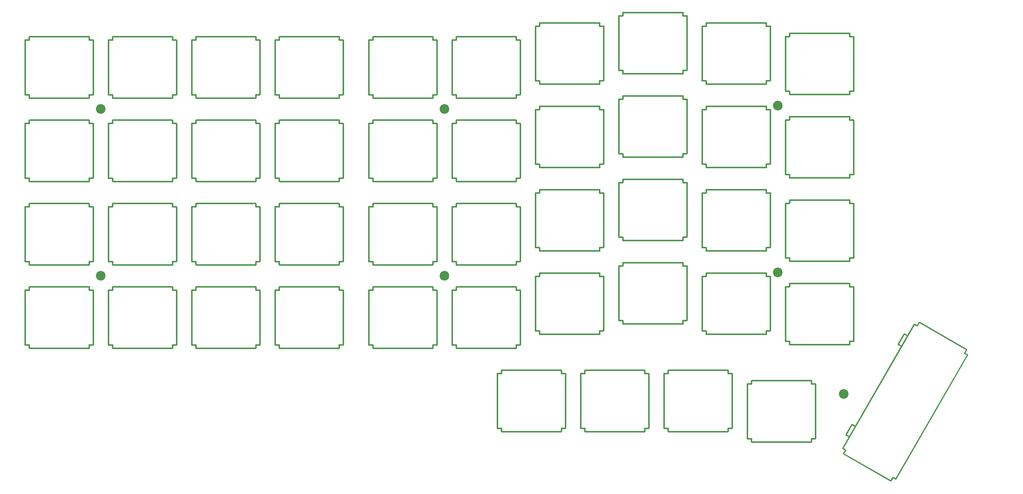
<source format=gbr>
%TF.GenerationSoftware,KiCad,Pcbnew,(5.1.9-0-10_14)*%
%TF.CreationDate,2021-04-19T01:20:52-05:00*%
%TF.ProjectId,wren-left-top,7772656e-2d6c-4656-9674-2d746f702e6b,rev?*%
%TF.SameCoordinates,Original*%
%TF.FileFunction,Soldermask,Top*%
%TF.FilePolarity,Negative*%
%FSLAX46Y46*%
G04 Gerber Fmt 4.6, Leading zero omitted, Abs format (unit mm)*
G04 Created by KiCad (PCBNEW (5.1.9-0-10_14)) date 2021-04-19 01:20:52*
%MOMM*%
%LPD*%
G01*
G04 APERTURE LIST*
%ADD10O,0.300000X1.050000*%
%ADD11O,1.250000X0.300000*%
%ADD12O,0.300000X12.800000*%
%ADD13O,14.000000X0.300000*%
%ADD14C,2.200000*%
G04 APERTURE END LIST*
D10*
%TO.C,MX44*%
X161637250Y-119337500D03*
D11*
X162112250Y-118962500D03*
X162112250Y-106462500D03*
D10*
X161637250Y-106087500D03*
X147937250Y-106087500D03*
D11*
X147462250Y-106462500D03*
X147462250Y-118962500D03*
D10*
X147937250Y-119337500D03*
D12*
X162587250Y-112712500D03*
X146987250Y-112712500D03*
D13*
X154787250Y-119712500D03*
X154787250Y-105712500D03*
%TD*%
%TO.C,MX41*%
G36*
G01*
X238718900Y-99627297D02*
X239510794Y-100084497D01*
G75*
G02*
X239566576Y-100292679I-76200J-131982D01*
G01*
X239566576Y-100292679D01*
G75*
G02*
X239358394Y-100348461I-131982J76200D01*
G01*
X238566500Y-99891261D01*
G75*
G02*
X238510718Y-99683079I76200J131982D01*
G01*
X238510718Y-99683079D01*
G75*
G02*
X238718900Y-99627297I131982J-76200D01*
G01*
G37*
G36*
G01*
X240090500Y-97251616D02*
X240882394Y-97708816D01*
G75*
G02*
X240938176Y-97916998I-76200J-131982D01*
G01*
X240938176Y-97916998D01*
G75*
G02*
X240729994Y-97972780I-131982J76200D01*
G01*
X239938100Y-97515580D01*
G75*
G02*
X239882318Y-97307398I76200J131982D01*
G01*
X239882318Y-97307398D01*
G75*
G02*
X240090500Y-97251616I131982J-76200D01*
G01*
G37*
G36*
G01*
X228152500Y-117928839D02*
X228944394Y-118386039D01*
G75*
G02*
X229000176Y-118594221I-76200J-131982D01*
G01*
X229000176Y-118594221D01*
G75*
G02*
X228791994Y-118650003I-131982J76200D01*
G01*
X228000100Y-118192803D01*
G75*
G02*
X227944318Y-117984621I76200J131982D01*
G01*
X227944318Y-117984621D01*
G75*
G02*
X228152500Y-117928839I131982J-76200D01*
G01*
G37*
G36*
G01*
X242420822Y-95060180D02*
X243070342Y-95435180D01*
G75*
G02*
X243125246Y-95640084I-75000J-129904D01*
G01*
X243125246Y-95640084D01*
G75*
G02*
X242920342Y-95694988I-129904J75000D01*
G01*
X242270822Y-95319988D01*
G75*
G02*
X242215918Y-95115084I75000J129904D01*
G01*
X242215918Y-95115084D01*
G75*
G02*
X242420822Y-95060180I129904J-75000D01*
G01*
G37*
G36*
G01*
X228152500Y-117928839D02*
X228152500Y-117928839D01*
G75*
G02*
X228208282Y-118137021I-76200J-131982D01*
G01*
X226836682Y-120512701D01*
G75*
G02*
X226628500Y-120568483I-131982J76200D01*
G01*
X226628500Y-120568483D01*
G75*
G02*
X226572718Y-120360301I76200J131982D01*
G01*
X227944318Y-117984621D01*
G75*
G02*
X228152500Y-117928839I131982J-76200D01*
G01*
G37*
G36*
G01*
X240090500Y-97251617D02*
X240090500Y-97251617D01*
G75*
G02*
X240146282Y-97459799I-76200J-131982D01*
G01*
X238774682Y-99835479D01*
G75*
G02*
X238566500Y-99891261I-131982J76200D01*
G01*
X238566500Y-99891261D01*
G75*
G02*
X238510718Y-99683079I76200J131982D01*
G01*
X239882318Y-97307399D01*
G75*
G02*
X240090500Y-97251617I131982J-76200D01*
G01*
G37*
G36*
G01*
X254545178Y-102060180D02*
X254545178Y-102060180D01*
G75*
G02*
X254600082Y-102265084I-75000J-129904D01*
G01*
X238225082Y-130627416D01*
G75*
G02*
X238020178Y-130682320I-129904J75000D01*
G01*
X238020178Y-130682320D01*
G75*
G02*
X237965274Y-130477416I75000J129904D01*
G01*
X254340274Y-102115084D01*
G75*
G02*
X254545178Y-102060180I129904J-75000D01*
G01*
G37*
G36*
G01*
X237520659Y-130047512D02*
X237520659Y-130047512D01*
G75*
G02*
X237575563Y-130252416I-75000J-129904D01*
G01*
X237100563Y-131075140D01*
G75*
G02*
X236895659Y-131130044I-129904J75000D01*
G01*
X236895659Y-131130044D01*
G75*
G02*
X236840755Y-130925140I75000J129904D01*
G01*
X237315755Y-130102416D01*
G75*
G02*
X237520659Y-130047512I129904J-75000D01*
G01*
G37*
G36*
G01*
X226695341Y-123797512D02*
X226695341Y-123797512D01*
G75*
G02*
X226750245Y-124002416I-75000J-129904D01*
G01*
X226275245Y-124825140D01*
G75*
G02*
X226070341Y-124880044I-129904J75000D01*
G01*
X226070341Y-124880044D01*
G75*
G02*
X226015437Y-124675140I75000J129904D01*
G01*
X226490437Y-123852416D01*
G75*
G02*
X226695341Y-123797512I129904J-75000D01*
G01*
G37*
G36*
G01*
X226045822Y-123422512D02*
X226695342Y-123797512D01*
G75*
G02*
X226750246Y-124002416I-75000J-129904D01*
G01*
X226750246Y-124002416D01*
G75*
G02*
X226545342Y-124057320I-129904J75000D01*
G01*
X225895822Y-123682320D01*
G75*
G02*
X225840918Y-123477416I75000J129904D01*
G01*
X225840918Y-123477416D01*
G75*
G02*
X226045822Y-123422512I129904J-75000D01*
G01*
G37*
G36*
G01*
X237520658Y-130047512D02*
X238170178Y-130422512D01*
G75*
G02*
X238225082Y-130627416I-75000J-129904D01*
G01*
X238225082Y-130627416D01*
G75*
G02*
X238020178Y-130682320I-129904J75000D01*
G01*
X237370658Y-130307320D01*
G75*
G02*
X237315754Y-130102416I75000J129904D01*
G01*
X237315754Y-130102416D01*
G75*
G02*
X237520658Y-130047512I129904J-75000D01*
G01*
G37*
G36*
G01*
X226220341Y-124620236D02*
X237045659Y-130870236D01*
G75*
G02*
X237100563Y-131075140I-75000J-129904D01*
G01*
X237100563Y-131075140D01*
G75*
G02*
X236895659Y-131130044I-129904J75000D01*
G01*
X226070341Y-124880044D01*
G75*
G02*
X226015437Y-124675140I75000J129904D01*
G01*
X226015437Y-124675140D01*
G75*
G02*
X226220341Y-124620236I129904J-75000D01*
G01*
G37*
G36*
G01*
X242420822Y-95060180D02*
X242420822Y-95060180D01*
G75*
G02*
X242475726Y-95265084I-75000J-129904D01*
G01*
X226100726Y-123627416D01*
G75*
G02*
X225895822Y-123682320I-129904J75000D01*
G01*
X225895822Y-123682320D01*
G75*
G02*
X225840918Y-123477416I75000J129904D01*
G01*
X242215918Y-95115084D01*
G75*
G02*
X242420822Y-95060180I129904J-75000D01*
G01*
G37*
G36*
G01*
X243545341Y-94612456D02*
X254370659Y-100862456D01*
G75*
G02*
X254425563Y-101067360I-75000J-129904D01*
G01*
X254425563Y-101067360D01*
G75*
G02*
X254220659Y-101122264I-129904J75000D01*
G01*
X243395341Y-94872264D01*
G75*
G02*
X243340437Y-94667360I75000J129904D01*
G01*
X243340437Y-94667360D01*
G75*
G02*
X243545341Y-94612456I129904J-75000D01*
G01*
G37*
G36*
G01*
X226780900Y-120304520D02*
X227572794Y-120761720D01*
G75*
G02*
X227628576Y-120969902I-76200J-131982D01*
G01*
X227628576Y-120969902D01*
G75*
G02*
X227420394Y-121025684I-131982J76200D01*
G01*
X226628500Y-120568484D01*
G75*
G02*
X226572718Y-120360302I76200J131982D01*
G01*
X226572718Y-120360302D01*
G75*
G02*
X226780900Y-120304520I131982J-76200D01*
G01*
G37*
G36*
G01*
X243545341Y-94612456D02*
X243545341Y-94612456D01*
G75*
G02*
X243600245Y-94817360I-75000J-129904D01*
G01*
X243125245Y-95640084D01*
G75*
G02*
X242920341Y-95694988I-129904J75000D01*
G01*
X242920341Y-95694988D01*
G75*
G02*
X242865437Y-95490084I75000J129904D01*
G01*
X243340437Y-94667360D01*
G75*
G02*
X243545341Y-94612456I129904J-75000D01*
G01*
G37*
G36*
G01*
X254370659Y-100862456D02*
X254370659Y-100862456D01*
G75*
G02*
X254425563Y-101067360I-75000J-129904D01*
G01*
X253950563Y-101890084D01*
G75*
G02*
X253745659Y-101944988I-129904J75000D01*
G01*
X253745659Y-101944988D01*
G75*
G02*
X253690755Y-101740084I75000J129904D01*
G01*
X254165755Y-100917360D01*
G75*
G02*
X254370659Y-100862456I129904J-75000D01*
G01*
G37*
G36*
G01*
X253895658Y-101685180D02*
X254545178Y-102060180D01*
G75*
G02*
X254600082Y-102265084I-75000J-129904D01*
G01*
X254600082Y-102265084D01*
G75*
G02*
X254395178Y-102319988I-129904J75000D01*
G01*
X253745658Y-101944988D01*
G75*
G02*
X253690754Y-101740084I75000J129904D01*
G01*
X253690754Y-101740084D01*
G75*
G02*
X253895658Y-101685180I129904J-75000D01*
G01*
G37*
%TD*%
%TO.C,MX44*%
X173831250Y-105712500D03*
X173831250Y-119712500D03*
D12*
X166031250Y-112712500D03*
X181631250Y-112712500D03*
D10*
X166981250Y-119337500D03*
D11*
X166506250Y-118962500D03*
X166506250Y-106462500D03*
D10*
X166981250Y-106087500D03*
X180681250Y-106087500D03*
D11*
X181156250Y-106462500D03*
X181156250Y-118962500D03*
D10*
X180681250Y-119337500D03*
%TD*%
D13*
%TO.C,MX43*%
X192881250Y-105712500D03*
X192881250Y-119712500D03*
D12*
X185081250Y-112712500D03*
X200681250Y-112712500D03*
D10*
X186031250Y-119337500D03*
D11*
X185556250Y-118962500D03*
X185556250Y-106462500D03*
D10*
X186031250Y-106087500D03*
X199731250Y-106087500D03*
D11*
X200206250Y-106462500D03*
X200206250Y-118962500D03*
D10*
X199731250Y-119337500D03*
%TD*%
D13*
%TO.C,MX42*%
X211931250Y-108093750D03*
X211931250Y-122093750D03*
D12*
X204131250Y-115093750D03*
X219731250Y-115093750D03*
D10*
X205081250Y-121718750D03*
D11*
X204606250Y-121343750D03*
X204606250Y-108843750D03*
D10*
X205081250Y-108468750D03*
X218781250Y-108468750D03*
D11*
X219256250Y-108843750D03*
X219256250Y-121343750D03*
D10*
X218781250Y-121718750D03*
%TD*%
D13*
%TO.C,MX40*%
X46831250Y-86662500D03*
X46831250Y-100662500D03*
D12*
X39031250Y-93662500D03*
X54631250Y-93662500D03*
D10*
X39981250Y-100287500D03*
D11*
X39506250Y-99912500D03*
X39506250Y-87412500D03*
D10*
X39981250Y-87037500D03*
X53681250Y-87037500D03*
D11*
X54156250Y-87412500D03*
X54156250Y-99912500D03*
D10*
X53681250Y-100287500D03*
%TD*%
D13*
%TO.C,MX39*%
X65881250Y-86662500D03*
X65881250Y-100662500D03*
D12*
X58081250Y-93662500D03*
X73681250Y-93662500D03*
D10*
X59031250Y-100287500D03*
D11*
X58556250Y-99912500D03*
X58556250Y-87412500D03*
D10*
X59031250Y-87037500D03*
X72731250Y-87037500D03*
D11*
X73206250Y-87412500D03*
X73206250Y-99912500D03*
D10*
X72731250Y-100287500D03*
%TD*%
D13*
%TO.C,MX38*%
X84931250Y-86662500D03*
X84931250Y-100662500D03*
D12*
X77131250Y-93662500D03*
X92731250Y-93662500D03*
D10*
X78081250Y-100287500D03*
D11*
X77606250Y-99912500D03*
X77606250Y-87412500D03*
D10*
X78081250Y-87037500D03*
X91781250Y-87037500D03*
D11*
X92256250Y-87412500D03*
X92256250Y-99912500D03*
D10*
X91781250Y-100287500D03*
%TD*%
D13*
%TO.C,MX37*%
X103981250Y-86662500D03*
X103981250Y-100662500D03*
D12*
X96181250Y-93662500D03*
X111781250Y-93662500D03*
D10*
X97131250Y-100287500D03*
D11*
X96656250Y-99912500D03*
X96656250Y-87412500D03*
D10*
X97131250Y-87037500D03*
X110831250Y-87037500D03*
D11*
X111306250Y-87412500D03*
X111306250Y-99912500D03*
D10*
X110831250Y-100287500D03*
%TD*%
D13*
%TO.C,MX36*%
X125412500Y-86662500D03*
X125412500Y-100662500D03*
D12*
X117612500Y-93662500D03*
X133212500Y-93662500D03*
D10*
X118562500Y-100287500D03*
D11*
X118087500Y-99912500D03*
X118087500Y-87412500D03*
D10*
X118562500Y-87037500D03*
X132262500Y-87037500D03*
D11*
X132737500Y-87412500D03*
X132737500Y-99912500D03*
D10*
X132262500Y-100287500D03*
%TD*%
D13*
%TO.C,MX35*%
X144462500Y-86662500D03*
X144462500Y-100662500D03*
D12*
X136662500Y-93662500D03*
X152262500Y-93662500D03*
D10*
X137612500Y-100287500D03*
D11*
X137137500Y-99912500D03*
X137137500Y-87412500D03*
D10*
X137612500Y-87037500D03*
X151312500Y-87037500D03*
D11*
X151787500Y-87412500D03*
X151787500Y-99912500D03*
D10*
X151312500Y-100287500D03*
%TD*%
D13*
%TO.C,MX34*%
X163512500Y-83487500D03*
X163512500Y-97487500D03*
D12*
X155712500Y-90487500D03*
X171312500Y-90487500D03*
D10*
X156662500Y-97112500D03*
D11*
X156187500Y-96737500D03*
X156187500Y-84237500D03*
D10*
X156662500Y-83862500D03*
X170362500Y-83862500D03*
D11*
X170837500Y-84237500D03*
X170837500Y-96737500D03*
D10*
X170362500Y-97112500D03*
%TD*%
D13*
%TO.C,MX33*%
X182562500Y-81106250D03*
X182562500Y-95106250D03*
D12*
X174762500Y-88106250D03*
X190362500Y-88106250D03*
D10*
X175712500Y-94731250D03*
D11*
X175237500Y-94356250D03*
X175237500Y-81856250D03*
D10*
X175712500Y-81481250D03*
X189412500Y-81481250D03*
D11*
X189887500Y-81856250D03*
X189887500Y-94356250D03*
D10*
X189412500Y-94731250D03*
%TD*%
D13*
%TO.C,MX32*%
X201612500Y-83487500D03*
X201612500Y-97487500D03*
D12*
X193812500Y-90487500D03*
X209412500Y-90487500D03*
D10*
X194762500Y-97112500D03*
D11*
X194287500Y-96737500D03*
X194287500Y-84237500D03*
D10*
X194762500Y-83862500D03*
X208462500Y-83862500D03*
D11*
X208937500Y-84237500D03*
X208937500Y-96737500D03*
D10*
X208462500Y-97112500D03*
%TD*%
D13*
%TO.C,MX31*%
X220662500Y-85868750D03*
X220662500Y-99868750D03*
D12*
X212862500Y-92868750D03*
X228462500Y-92868750D03*
D10*
X213812500Y-99493750D03*
D11*
X213337500Y-99118750D03*
X213337500Y-86618750D03*
D10*
X213812500Y-86243750D03*
X227512500Y-86243750D03*
D11*
X227987500Y-86618750D03*
X227987500Y-99118750D03*
D10*
X227512500Y-99493750D03*
%TD*%
D13*
%TO.C,MX30*%
X46831250Y-67612500D03*
X46831250Y-81612500D03*
D12*
X39031250Y-74612500D03*
X54631250Y-74612500D03*
D10*
X39981250Y-81237500D03*
D11*
X39506250Y-80862500D03*
X39506250Y-68362500D03*
D10*
X39981250Y-67987500D03*
X53681250Y-67987500D03*
D11*
X54156250Y-68362500D03*
X54156250Y-80862500D03*
D10*
X53681250Y-81237500D03*
%TD*%
D13*
%TO.C,MX29*%
X65881250Y-67612500D03*
X65881250Y-81612500D03*
D12*
X58081250Y-74612500D03*
X73681250Y-74612500D03*
D10*
X59031250Y-81237500D03*
D11*
X58556250Y-80862500D03*
X58556250Y-68362500D03*
D10*
X59031250Y-67987500D03*
X72731250Y-67987500D03*
D11*
X73206250Y-68362500D03*
X73206250Y-80862500D03*
D10*
X72731250Y-81237500D03*
%TD*%
D13*
%TO.C,MX28*%
X84931250Y-67612500D03*
X84931250Y-81612500D03*
D12*
X77131250Y-74612500D03*
X92731250Y-74612500D03*
D10*
X78081250Y-81237500D03*
D11*
X77606250Y-80862500D03*
X77606250Y-68362500D03*
D10*
X78081250Y-67987500D03*
X91781250Y-67987500D03*
D11*
X92256250Y-68362500D03*
X92256250Y-80862500D03*
D10*
X91781250Y-81237500D03*
%TD*%
D13*
%TO.C,MX27*%
X103981250Y-67612500D03*
X103981250Y-81612500D03*
D12*
X96181250Y-74612500D03*
X111781250Y-74612500D03*
D10*
X97131250Y-81237500D03*
D11*
X96656250Y-80862500D03*
X96656250Y-68362500D03*
D10*
X97131250Y-67987500D03*
X110831250Y-67987500D03*
D11*
X111306250Y-68362500D03*
X111306250Y-80862500D03*
D10*
X110831250Y-81237500D03*
%TD*%
D13*
%TO.C,MX26*%
X125412500Y-67612500D03*
X125412500Y-81612500D03*
D12*
X117612500Y-74612500D03*
X133212500Y-74612500D03*
D10*
X118562500Y-81237500D03*
D11*
X118087500Y-80862500D03*
X118087500Y-68362500D03*
D10*
X118562500Y-67987500D03*
X132262500Y-67987500D03*
D11*
X132737500Y-68362500D03*
X132737500Y-80862500D03*
D10*
X132262500Y-81237500D03*
%TD*%
D13*
%TO.C,MX25*%
X144462500Y-67612500D03*
X144462500Y-81612500D03*
D12*
X136662500Y-74612500D03*
X152262500Y-74612500D03*
D10*
X137612500Y-81237500D03*
D11*
X137137500Y-80862500D03*
X137137500Y-68362500D03*
D10*
X137612500Y-67987500D03*
X151312500Y-67987500D03*
D11*
X151787500Y-68362500D03*
X151787500Y-80862500D03*
D10*
X151312500Y-81237500D03*
%TD*%
D13*
%TO.C,MX24*%
X163512500Y-64437500D03*
X163512500Y-78437500D03*
D12*
X155712500Y-71437500D03*
X171312500Y-71437500D03*
D10*
X156662500Y-78062500D03*
D11*
X156187500Y-77687500D03*
X156187500Y-65187500D03*
D10*
X156662500Y-64812500D03*
X170362500Y-64812500D03*
D11*
X170837500Y-65187500D03*
X170837500Y-77687500D03*
D10*
X170362500Y-78062500D03*
%TD*%
D13*
%TO.C,MX23*%
X182562500Y-62056250D03*
X182562500Y-76056250D03*
D12*
X174762500Y-69056250D03*
X190362500Y-69056250D03*
D10*
X175712500Y-75681250D03*
D11*
X175237500Y-75306250D03*
X175237500Y-62806250D03*
D10*
X175712500Y-62431250D03*
X189412500Y-62431250D03*
D11*
X189887500Y-62806250D03*
X189887500Y-75306250D03*
D10*
X189412500Y-75681250D03*
%TD*%
D13*
%TO.C,MX22*%
X201612500Y-64437500D03*
X201612500Y-78437500D03*
D12*
X193812500Y-71437500D03*
X209412500Y-71437500D03*
D10*
X194762500Y-78062500D03*
D11*
X194287500Y-77687500D03*
X194287500Y-65187500D03*
D10*
X194762500Y-64812500D03*
X208462500Y-64812500D03*
D11*
X208937500Y-65187500D03*
X208937500Y-77687500D03*
D10*
X208462500Y-78062500D03*
%TD*%
D13*
%TO.C,MX21*%
X220662500Y-66818750D03*
X220662500Y-80818750D03*
D12*
X212862500Y-73818750D03*
X228462500Y-73818750D03*
D10*
X213812500Y-80443750D03*
D11*
X213337500Y-80068750D03*
X213337500Y-67568750D03*
D10*
X213812500Y-67193750D03*
X227512500Y-67193750D03*
D11*
X227987500Y-67568750D03*
X227987500Y-80068750D03*
D10*
X227512500Y-80443750D03*
%TD*%
D13*
%TO.C,MX20*%
X46831250Y-48562500D03*
X46831250Y-62562500D03*
D12*
X39031250Y-55562500D03*
X54631250Y-55562500D03*
D10*
X39981250Y-62187500D03*
D11*
X39506250Y-61812500D03*
X39506250Y-49312500D03*
D10*
X39981250Y-48937500D03*
X53681250Y-48937500D03*
D11*
X54156250Y-49312500D03*
X54156250Y-61812500D03*
D10*
X53681250Y-62187500D03*
%TD*%
D13*
%TO.C,MX19*%
X65881250Y-48562500D03*
X65881250Y-62562500D03*
D12*
X58081250Y-55562500D03*
X73681250Y-55562500D03*
D10*
X59031250Y-62187500D03*
D11*
X58556250Y-61812500D03*
X58556250Y-49312500D03*
D10*
X59031250Y-48937500D03*
X72731250Y-48937500D03*
D11*
X73206250Y-49312500D03*
X73206250Y-61812500D03*
D10*
X72731250Y-62187500D03*
%TD*%
D13*
%TO.C,MX18*%
X84931250Y-48562500D03*
X84931250Y-62562500D03*
D12*
X77131250Y-55562500D03*
X92731250Y-55562500D03*
D10*
X78081250Y-62187500D03*
D11*
X77606250Y-61812500D03*
X77606250Y-49312500D03*
D10*
X78081250Y-48937500D03*
X91781250Y-48937500D03*
D11*
X92256250Y-49312500D03*
X92256250Y-61812500D03*
D10*
X91781250Y-62187500D03*
%TD*%
D13*
%TO.C,MX17*%
X103981250Y-48562500D03*
X103981250Y-62562500D03*
D12*
X96181250Y-55562500D03*
X111781250Y-55562500D03*
D10*
X97131250Y-62187500D03*
D11*
X96656250Y-61812500D03*
X96656250Y-49312500D03*
D10*
X97131250Y-48937500D03*
X110831250Y-48937500D03*
D11*
X111306250Y-49312500D03*
X111306250Y-61812500D03*
D10*
X110831250Y-62187500D03*
%TD*%
D13*
%TO.C,MX16*%
X125412500Y-48562500D03*
X125412500Y-62562500D03*
D12*
X117612500Y-55562500D03*
X133212500Y-55562500D03*
D10*
X118562500Y-62187500D03*
D11*
X118087500Y-61812500D03*
X118087500Y-49312500D03*
D10*
X118562500Y-48937500D03*
X132262500Y-48937500D03*
D11*
X132737500Y-49312500D03*
X132737500Y-61812500D03*
D10*
X132262500Y-62187500D03*
%TD*%
D13*
%TO.C,MX15*%
X144462500Y-48562500D03*
X144462500Y-62562500D03*
D12*
X136662500Y-55562500D03*
X152262500Y-55562500D03*
D10*
X137612500Y-62187500D03*
D11*
X137137500Y-61812500D03*
X137137500Y-49312500D03*
D10*
X137612500Y-48937500D03*
X151312500Y-48937500D03*
D11*
X151787500Y-49312500D03*
X151787500Y-61812500D03*
D10*
X151312500Y-62187500D03*
%TD*%
D13*
%TO.C,MX14*%
X163512500Y-45387500D03*
X163512500Y-59387500D03*
D12*
X155712500Y-52387500D03*
X171312500Y-52387500D03*
D10*
X156662500Y-59012500D03*
D11*
X156187500Y-58637500D03*
X156187500Y-46137500D03*
D10*
X156662500Y-45762500D03*
X170362500Y-45762500D03*
D11*
X170837500Y-46137500D03*
X170837500Y-58637500D03*
D10*
X170362500Y-59012500D03*
%TD*%
D13*
%TO.C,MX13*%
X182562500Y-43006250D03*
X182562500Y-57006250D03*
D12*
X174762500Y-50006250D03*
X190362500Y-50006250D03*
D10*
X175712500Y-56631250D03*
D11*
X175237500Y-56256250D03*
X175237500Y-43756250D03*
D10*
X175712500Y-43381250D03*
X189412500Y-43381250D03*
D11*
X189887500Y-43756250D03*
X189887500Y-56256250D03*
D10*
X189412500Y-56631250D03*
%TD*%
D13*
%TO.C,MX12*%
X201612500Y-45387500D03*
X201612500Y-59387500D03*
D12*
X193812500Y-52387500D03*
X209412500Y-52387500D03*
D10*
X194762500Y-59012500D03*
D11*
X194287500Y-58637500D03*
X194287500Y-46137500D03*
D10*
X194762500Y-45762500D03*
X208462500Y-45762500D03*
D11*
X208937500Y-46137500D03*
X208937500Y-58637500D03*
D10*
X208462500Y-59012500D03*
%TD*%
D13*
%TO.C,MX11*%
X220662500Y-47768750D03*
X220662500Y-61768750D03*
D12*
X212862500Y-54768750D03*
X228462500Y-54768750D03*
D10*
X213812500Y-61393750D03*
D11*
X213337500Y-61018750D03*
X213337500Y-48518750D03*
D10*
X213812500Y-48143750D03*
X227512500Y-48143750D03*
D11*
X227987500Y-48518750D03*
X227987500Y-61018750D03*
D10*
X227512500Y-61393750D03*
%TD*%
D13*
%TO.C,MX10*%
X46831250Y-29512500D03*
X46831250Y-43512500D03*
D12*
X39031250Y-36512500D03*
X54631250Y-36512500D03*
D10*
X39981250Y-43137500D03*
D11*
X39506250Y-42762500D03*
X39506250Y-30262500D03*
D10*
X39981250Y-29887500D03*
X53681250Y-29887500D03*
D11*
X54156250Y-30262500D03*
X54156250Y-42762500D03*
D10*
X53681250Y-43137500D03*
%TD*%
D13*
%TO.C,MX9*%
X65881250Y-29512500D03*
X65881250Y-43512500D03*
D12*
X58081250Y-36512500D03*
X73681250Y-36512500D03*
D10*
X59031250Y-43137500D03*
D11*
X58556250Y-42762500D03*
X58556250Y-30262500D03*
D10*
X59031250Y-29887500D03*
X72731250Y-29887500D03*
D11*
X73206250Y-30262500D03*
X73206250Y-42762500D03*
D10*
X72731250Y-43137500D03*
%TD*%
D13*
%TO.C,MX8*%
X84931250Y-29512500D03*
X84931250Y-43512500D03*
D12*
X77131250Y-36512500D03*
X92731250Y-36512500D03*
D10*
X78081250Y-43137500D03*
D11*
X77606250Y-42762500D03*
X77606250Y-30262500D03*
D10*
X78081250Y-29887500D03*
X91781250Y-29887500D03*
D11*
X92256250Y-30262500D03*
X92256250Y-42762500D03*
D10*
X91781250Y-43137500D03*
%TD*%
D13*
%TO.C,MX7*%
X103981250Y-29512500D03*
X103981250Y-43512500D03*
D12*
X96181250Y-36512500D03*
X111781250Y-36512500D03*
D10*
X97131250Y-43137500D03*
D11*
X96656250Y-42762500D03*
X96656250Y-30262500D03*
D10*
X97131250Y-29887500D03*
X110831250Y-29887500D03*
D11*
X111306250Y-30262500D03*
X111306250Y-42762500D03*
D10*
X110831250Y-43137500D03*
%TD*%
D13*
%TO.C,MX6*%
X125412500Y-29512500D03*
X125412500Y-43512500D03*
D12*
X117612500Y-36512500D03*
X133212500Y-36512500D03*
D10*
X118562500Y-43137500D03*
D11*
X118087500Y-42762500D03*
X118087500Y-30262500D03*
D10*
X118562500Y-29887500D03*
X132262500Y-29887500D03*
D11*
X132737500Y-30262500D03*
X132737500Y-42762500D03*
D10*
X132262500Y-43137500D03*
%TD*%
D13*
%TO.C,MX5*%
X144462500Y-29512500D03*
X144462500Y-43512500D03*
D12*
X136662500Y-36512500D03*
X152262500Y-36512500D03*
D10*
X137612500Y-43137500D03*
D11*
X137137500Y-42762500D03*
X137137500Y-30262500D03*
D10*
X137612500Y-29887500D03*
X151312500Y-29887500D03*
D11*
X151787500Y-30262500D03*
X151787500Y-42762500D03*
D10*
X151312500Y-43137500D03*
%TD*%
D13*
%TO.C,MX4*%
X163512500Y-26337500D03*
X163512500Y-40337500D03*
D12*
X155712500Y-33337500D03*
X171312500Y-33337500D03*
D10*
X156662500Y-39962500D03*
D11*
X156187500Y-39587500D03*
X156187500Y-27087500D03*
D10*
X156662500Y-26712500D03*
X170362500Y-26712500D03*
D11*
X170837500Y-27087500D03*
X170837500Y-39587500D03*
D10*
X170362500Y-39962500D03*
%TD*%
D13*
%TO.C,MX3*%
X182562500Y-23956250D03*
X182562500Y-37956250D03*
D12*
X174762500Y-30956250D03*
X190362500Y-30956250D03*
D10*
X175712500Y-37581250D03*
D11*
X175237500Y-37206250D03*
X175237500Y-24706250D03*
D10*
X175712500Y-24331250D03*
X189412500Y-24331250D03*
D11*
X189887500Y-24706250D03*
X189887500Y-37206250D03*
D10*
X189412500Y-37581250D03*
%TD*%
D13*
%TO.C,MX2*%
X201612500Y-26337500D03*
X201612500Y-40337500D03*
D12*
X193812500Y-33337500D03*
X209412500Y-33337500D03*
D10*
X194762500Y-39962500D03*
D11*
X194287500Y-39587500D03*
X194287500Y-27087500D03*
D10*
X194762500Y-26712500D03*
X208462500Y-26712500D03*
D11*
X208937500Y-27087500D03*
X208937500Y-39587500D03*
D10*
X208462500Y-39962500D03*
%TD*%
D13*
%TO.C,MX1*%
X220662500Y-28718750D03*
X220662500Y-42718750D03*
D12*
X212862500Y-35718750D03*
X228462500Y-35718750D03*
D10*
X213812500Y-42343750D03*
D11*
X213337500Y-41968750D03*
X213337500Y-29468750D03*
D10*
X213812500Y-29093750D03*
X227512500Y-29093750D03*
D11*
X227987500Y-29468750D03*
X227987500Y-41968750D03*
D10*
X227512500Y-42343750D03*
%TD*%
D14*
%TO.C,H7*%
X226218750Y-111125000D03*
%TD*%
%TO.C,H6*%
X211137500Y-83343750D03*
%TD*%
%TO.C,H5*%
X134937500Y-84137500D03*
%TD*%
%TO.C,H4*%
X56356250Y-84137500D03*
%TD*%
%TO.C,H3*%
X211137500Y-45243750D03*
%TD*%
%TO.C,H2*%
X134937500Y-46037500D03*
%TD*%
%TO.C,H1*%
X56356250Y-46037500D03*
%TD*%
M02*

</source>
